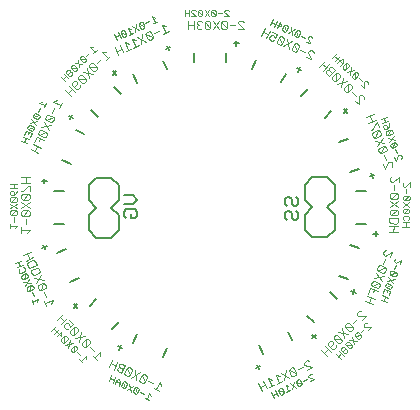
<source format=gbo>
G75*
%MOIN*%
%OFA0B0*%
%FSLAX24Y24*%
%IPPOS*%
%LPD*%
%AMOC8*
5,1,8,0,0,1.08239X$1,22.5*
%
%ADD10C,0.0020*%
%ADD11C,0.0080*%
%ADD12C,0.0050*%
D10*
X002282Y002355D02*
X002334Y002615D01*
X002255Y002641D02*
X002255Y002693D01*
X002203Y002745D01*
X002151Y002745D01*
X002151Y002538D01*
X002099Y002538D01*
X002048Y002589D01*
X002048Y002641D01*
X002151Y002745D01*
X002047Y002746D02*
X002047Y002901D01*
X001891Y002746D01*
X001813Y002824D02*
X001969Y002980D01*
X001891Y002902D02*
X001787Y003006D01*
X001865Y003084D02*
X001709Y002928D01*
X001943Y002850D02*
X002047Y002746D01*
X002151Y002538D02*
X002255Y002641D01*
X002178Y002459D02*
X002437Y002511D01*
X002464Y002433D02*
X002464Y002225D01*
X002412Y002225D01*
X002360Y002277D01*
X002360Y002329D01*
X002464Y002433D01*
X002516Y002433D01*
X002568Y002381D01*
X002568Y002329D01*
X002464Y002225D01*
X002568Y002224D02*
X002672Y002121D01*
X002647Y001990D02*
X002750Y001887D01*
X002698Y001938D02*
X002854Y002094D01*
X002854Y001990D01*
X003089Y002106D02*
X003221Y001973D01*
X003155Y002040D02*
X003353Y002238D01*
X003353Y002106D01*
X003125Y002268D02*
X002993Y002400D01*
X002996Y002529D02*
X002996Y002595D01*
X002930Y002661D01*
X002864Y002661D01*
X002864Y002397D01*
X002798Y002397D01*
X002732Y002463D01*
X002732Y002529D01*
X002864Y002661D01*
X002834Y002758D02*
X002503Y002692D01*
X002473Y002788D02*
X002473Y003052D01*
X002341Y002920D01*
X002341Y002854D01*
X002407Y002788D01*
X002473Y002788D01*
X002605Y002920D01*
X002605Y002986D01*
X002539Y003052D01*
X002473Y003052D01*
X002443Y003148D02*
X002344Y003049D01*
X002311Y003148D01*
X002278Y003181D01*
X002212Y003181D01*
X002146Y003115D01*
X002146Y003049D01*
X002212Y002983D01*
X002278Y002983D01*
X002443Y003148D02*
X002311Y003280D01*
X002248Y003344D02*
X002049Y003145D01*
X002148Y003245D02*
X002016Y003377D01*
X002115Y003476D02*
X001917Y003278D01*
X001536Y003757D02*
X001460Y003928D01*
X001498Y003842D02*
X001754Y003956D01*
X001706Y003833D01*
X001551Y004067D02*
X001475Y004237D01*
X001354Y004281D02*
X001524Y004357D01*
X001548Y004419D01*
X001510Y004504D01*
X001448Y004528D01*
X001354Y004281D01*
X001292Y004305D01*
X001254Y004390D01*
X001278Y004452D01*
X001448Y004528D01*
X001455Y004628D02*
X001123Y004685D01*
X001129Y004786D02*
X001067Y004809D01*
X001029Y004895D01*
X001053Y004956D01*
X001224Y005032D01*
X001285Y005009D01*
X001323Y004923D01*
X001300Y004862D01*
X001129Y004786D01*
X000986Y004660D02*
X000844Y004436D01*
X000908Y004383D02*
X000889Y004335D01*
X000919Y004268D01*
X000967Y004249D01*
X001042Y004443D01*
X000908Y004383D01*
X000967Y004249D02*
X001102Y004309D01*
X001120Y004357D01*
X001090Y004424D01*
X001042Y004443D01*
X001045Y004526D02*
X000784Y004570D01*
X000788Y004653D02*
X000862Y004847D01*
X000728Y004787D01*
X000709Y004739D01*
X000739Y004672D01*
X000788Y004653D01*
X000922Y004713D01*
X000940Y004761D01*
X000911Y004828D01*
X000862Y004847D01*
X000832Y004915D02*
X000698Y004855D01*
X000649Y004873D01*
X000620Y004941D01*
X000638Y004989D01*
X000574Y005042D02*
X000776Y005131D01*
X000772Y005049D02*
X000821Y005030D01*
X000851Y004963D01*
X000832Y004915D01*
X000974Y005019D02*
X000917Y005147D01*
X000941Y005209D01*
X001111Y005285D01*
X001173Y005261D01*
X001230Y005133D01*
X000974Y005019D01*
X000862Y005271D02*
X001118Y005385D01*
X000990Y005328D02*
X000914Y005499D01*
X001042Y005556D02*
X000786Y005442D01*
X000716Y005265D02*
X000515Y005176D01*
X000615Y005221D02*
X000675Y005087D01*
X001379Y004799D02*
X001199Y004514D01*
X001065Y004211D02*
X001124Y004077D01*
X001054Y003965D02*
X001114Y003831D01*
X001084Y003898D02*
X001285Y003987D01*
X001248Y003890D01*
X002701Y002890D02*
X002635Y002559D01*
X002864Y002397D02*
X002996Y002529D01*
X003749Y001970D02*
X003631Y001716D01*
X003690Y001843D02*
X003860Y001764D01*
X003921Y001684D02*
X003901Y001642D01*
X003924Y001580D01*
X004051Y001521D01*
X004169Y001775D01*
X004042Y001834D01*
X003980Y001811D01*
X003960Y001769D01*
X003983Y001707D01*
X004110Y001648D01*
X004230Y001694D02*
X004151Y001525D01*
X004174Y001463D01*
X004259Y001424D01*
X004321Y001446D01*
X004230Y001694D01*
X004293Y001717D01*
X004377Y001678D01*
X004400Y001615D01*
X004321Y001446D01*
X004382Y001366D02*
X004670Y001541D01*
X004731Y001461D02*
X004822Y001213D01*
X004759Y001190D01*
X004675Y001230D01*
X004652Y001292D01*
X004731Y001461D01*
X004793Y001484D01*
X004878Y001444D01*
X004900Y001382D01*
X004822Y001213D01*
X004942Y001260D02*
X005111Y001181D01*
X005133Y001016D02*
X005302Y000937D01*
X005218Y000976D02*
X005336Y001230D01*
X005381Y001106D01*
X004985Y000856D02*
X005020Y000759D01*
X004985Y000856D02*
X004892Y000657D01*
X004958Y000626D02*
X004825Y000688D01*
X004804Y000819D02*
X004671Y000881D01*
X004573Y000846D02*
X004524Y000828D01*
X004458Y000859D01*
X004440Y000908D01*
X004502Y001041D01*
X004573Y000846D01*
X004635Y000979D01*
X004617Y001028D01*
X004551Y001059D01*
X004502Y001041D01*
X004450Y001106D02*
X004224Y000968D01*
X004173Y001033D02*
X004102Y001228D01*
X004039Y001095D01*
X004057Y001046D01*
X004124Y001015D01*
X004173Y001033D01*
X004235Y001166D01*
X004217Y001215D01*
X004150Y001246D01*
X004102Y001228D01*
X004019Y001226D02*
X003957Y001093D01*
X004003Y001193D02*
X003870Y001255D01*
X003886Y001288D02*
X003824Y001155D01*
X003756Y001186D02*
X003850Y001386D01*
X003886Y001288D02*
X003983Y001323D01*
X004019Y001226D01*
X003803Y001286D02*
X003670Y001348D01*
X003716Y001448D02*
X003623Y001248D01*
X003800Y001637D02*
X003919Y001891D01*
X003983Y001707D02*
X003921Y001684D01*
X004501Y001620D02*
X004551Y001287D01*
X004317Y001168D02*
X004357Y000906D01*
X008611Y001184D02*
X008730Y000930D01*
X008671Y001057D02*
X008840Y001136D01*
X008899Y001009D02*
X008781Y001263D01*
X008946Y001340D02*
X009065Y001086D01*
X009149Y001125D02*
X008980Y001046D01*
X009053Y000895D02*
X009146Y000696D01*
X009100Y000796D02*
X009233Y000858D01*
X009269Y000956D02*
X009464Y000885D01*
X009447Y000836D01*
X009380Y000805D01*
X009331Y000822D01*
X009269Y000956D01*
X009287Y001004D01*
X009353Y001035D01*
X009402Y001018D01*
X009464Y000885D01*
X009547Y000883D02*
X009680Y000945D01*
X009614Y000914D02*
X009520Y001113D01*
X009618Y001078D01*
X009654Y001176D02*
X009880Y001038D01*
X009932Y001103D02*
X009870Y001236D01*
X010065Y001165D01*
X010047Y001116D01*
X009981Y001085D01*
X009932Y001103D01*
X009870Y001236D02*
X009888Y001284D01*
X009954Y001315D01*
X010003Y001298D01*
X010065Y001165D01*
X010101Y001263D02*
X010234Y001325D01*
X010286Y001389D02*
X010271Y001422D01*
X010288Y001471D01*
X010355Y001502D01*
X010404Y001485D01*
X010286Y001389D02*
X010481Y001318D01*
X010348Y001256D01*
X010232Y001630D02*
X010401Y001709D01*
X010153Y001800D01*
X010133Y001842D01*
X010156Y001904D01*
X010240Y001943D01*
X010303Y001921D01*
X010092Y001719D02*
X009922Y001640D01*
X009881Y001518D02*
X009633Y001608D01*
X009711Y001439D01*
X009774Y001416D01*
X009858Y001456D01*
X009881Y001518D01*
X009802Y001687D01*
X009740Y001710D01*
X009655Y001670D01*
X009633Y001608D01*
X009532Y001613D02*
X009481Y001280D01*
X009400Y001242D02*
X009231Y001163D01*
X009315Y001203D02*
X009197Y001457D01*
X009321Y001411D01*
X009362Y001534D02*
X009650Y001359D01*
X009787Y001238D02*
X009747Y000976D01*
X009280Y000758D02*
X009186Y000957D01*
X009071Y001295D02*
X008946Y001340D01*
X010705Y002285D02*
X010906Y002091D01*
X010806Y002188D02*
X010935Y002322D01*
X010998Y002387D02*
X011095Y002487D01*
X011094Y002553D01*
X011060Y002586D01*
X010994Y002585D01*
X010929Y002518D01*
X010930Y002452D01*
X011065Y002322D01*
X011131Y002323D01*
X011196Y002390D01*
X011195Y002456D01*
X011257Y002520D02*
X011122Y002650D01*
X011386Y002655D01*
X011388Y002589D01*
X011323Y002522D01*
X011257Y002520D01*
X011386Y002655D02*
X011252Y002785D01*
X011186Y002783D01*
X011121Y002716D01*
X011122Y002650D01*
X011281Y002881D02*
X011612Y002821D01*
X011640Y002918D02*
X011706Y002919D01*
X011771Y002986D01*
X011770Y003052D01*
X011506Y003048D01*
X011640Y002918D01*
X011506Y003048D02*
X011505Y003114D01*
X011570Y003181D01*
X011636Y003182D01*
X011770Y003052D01*
X011765Y003181D02*
X011895Y003316D01*
X011923Y003413D02*
X011890Y003445D01*
X011889Y003511D01*
X011954Y003578D01*
X012020Y003579D01*
X011923Y003413D02*
X012188Y003417D01*
X012058Y003283D01*
X012172Y003196D02*
X012122Y003142D01*
X012124Y003091D01*
X012151Y003065D01*
X012358Y003073D01*
X012258Y002965D01*
X012127Y002986D02*
X012027Y002879D01*
X012030Y002775D02*
X011923Y002875D01*
X011871Y002873D01*
X011821Y002819D01*
X011823Y002767D01*
X012030Y002775D01*
X012032Y002723D01*
X011982Y002669D01*
X011930Y002667D01*
X011823Y002767D01*
X011745Y002738D02*
X011806Y002481D01*
X011729Y002451D02*
X011621Y002551D01*
X011569Y002550D01*
X011519Y002496D01*
X011521Y002444D01*
X011729Y002451D01*
X011730Y002399D01*
X011680Y002346D01*
X011629Y002344D01*
X011521Y002444D01*
X011471Y002390D02*
X011497Y002365D01*
X011499Y002313D01*
X011449Y002259D01*
X011451Y002207D01*
X011478Y002182D01*
X011530Y002184D01*
X011580Y002238D01*
X011578Y002290D01*
X011551Y002315D01*
X011499Y002313D01*
X011449Y002259D02*
X011397Y002257D01*
X011370Y002282D01*
X011369Y002334D01*
X011419Y002388D01*
X011471Y002390D01*
X011645Y002631D02*
X011906Y002588D01*
X011482Y002687D02*
X011410Y003016D01*
X010835Y002420D02*
X011036Y002225D01*
X011193Y002146D02*
X011354Y001996D01*
X011273Y002071D02*
X011374Y002178D01*
X011454Y002103D02*
X011293Y002253D01*
X012172Y003196D02*
X012224Y003198D01*
X012442Y003818D02*
X012179Y003914D01*
X012311Y003866D02*
X012374Y004041D01*
X012243Y004089D02*
X012506Y003993D01*
X012688Y003971D02*
X012896Y003899D01*
X012792Y003935D02*
X012840Y004074D01*
X012736Y004109D02*
X012944Y004038D01*
X012968Y004108D02*
X013016Y004247D01*
X012808Y004318D01*
X012760Y004180D01*
X012888Y004213D02*
X012912Y004283D01*
X013005Y004329D02*
X012866Y004377D01*
X013053Y004468D01*
X013076Y004421D01*
X013052Y004352D01*
X013005Y004329D01*
X012866Y004377D02*
X012844Y004423D01*
X012868Y004493D01*
X012914Y004515D01*
X013053Y004468D01*
X013112Y004526D02*
X012951Y004736D01*
X013010Y004794D02*
X012988Y004841D01*
X013011Y004911D01*
X013058Y004933D01*
X013197Y004885D01*
X013010Y004794D01*
X013149Y004747D01*
X013196Y004769D01*
X013220Y004839D01*
X013197Y004885D01*
X013152Y004980D02*
X013199Y005118D01*
X013189Y005200D02*
X013154Y005212D01*
X013131Y005259D01*
X013155Y005328D01*
X013202Y005351D01*
X013189Y005200D02*
X013375Y005291D01*
X013328Y005153D01*
X013009Y005375D02*
X013073Y005551D01*
X012833Y005439D01*
X012790Y005455D01*
X012762Y005515D01*
X012794Y005603D01*
X012854Y005631D01*
X012847Y005339D02*
X012783Y005164D01*
X012665Y005112D02*
X012840Y005048D01*
X012601Y004936D01*
X012776Y004872D01*
X012836Y004900D01*
X012868Y004988D01*
X012840Y005048D01*
X012665Y005112D02*
X012605Y005084D01*
X012573Y004996D01*
X012601Y004936D01*
X012526Y004868D02*
X012726Y004597D01*
X012651Y004529D02*
X012679Y004469D01*
X012647Y004381D01*
X012587Y004353D01*
X012412Y004417D01*
X012651Y004529D01*
X012476Y004592D01*
X012416Y004565D01*
X012384Y004477D01*
X012412Y004417D01*
X012337Y004349D02*
X012273Y004173D01*
X012437Y004213D02*
X012469Y004301D01*
X012601Y004253D02*
X012337Y004349D01*
X012462Y004692D02*
X012790Y004772D01*
X012904Y004597D02*
X013160Y004665D01*
X013118Y006229D02*
X013121Y006416D01*
X013030Y006507D02*
X012984Y006554D01*
X012986Y006694D01*
X013266Y006689D01*
X013264Y006549D01*
X013216Y006503D01*
X013030Y006507D01*
X012981Y006418D02*
X013262Y006413D01*
X013419Y006405D02*
X013639Y006401D01*
X013529Y006403D02*
X013531Y006550D01*
X013459Y006625D02*
X013423Y006663D01*
X013425Y006736D01*
X013462Y006772D01*
X013609Y006769D01*
X013645Y006732D01*
X013643Y006659D01*
X013606Y006623D01*
X013642Y006548D02*
X013421Y006552D01*
X013463Y006846D02*
X013613Y006990D01*
X013649Y006953D01*
X013647Y006880D01*
X013610Y006844D01*
X013463Y006846D01*
X013427Y006884D01*
X013428Y006957D01*
X013466Y006993D01*
X013613Y006990D01*
X013651Y007064D02*
X013433Y007215D01*
X013471Y007288D02*
X013620Y007432D01*
X013656Y007395D01*
X013655Y007322D01*
X013618Y007286D01*
X013471Y007288D01*
X013435Y007325D01*
X013436Y007399D01*
X013473Y007435D01*
X013620Y007432D01*
X013548Y007508D02*
X013551Y007655D01*
X013515Y007729D02*
X013479Y007730D01*
X013443Y007767D01*
X013444Y007841D01*
X013481Y007877D01*
X013515Y007729D02*
X013665Y007874D01*
X013662Y007727D01*
X013287Y007883D02*
X013290Y008070D01*
X013100Y007887D01*
X013054Y007888D01*
X013008Y007935D01*
X013009Y008028D01*
X013057Y008074D01*
X013146Y007797D02*
X013142Y007610D01*
X013047Y007522D02*
X013000Y007476D01*
X012998Y007383D01*
X013044Y007335D01*
X013234Y007519D01*
X013280Y007471D01*
X013278Y007378D01*
X013231Y007332D01*
X013044Y007335D01*
X012996Y007247D02*
X013273Y007055D01*
X013224Y006966D02*
X013038Y006970D01*
X012990Y006924D01*
X012989Y006830D01*
X013034Y006783D01*
X013224Y006966D01*
X013270Y006919D01*
X013269Y006825D01*
X013221Y006780D01*
X013034Y006783D01*
X012993Y007060D02*
X013276Y007242D01*
X013430Y007068D02*
X013653Y007211D01*
X013234Y007519D02*
X013047Y007522D01*
X012839Y008314D02*
X012951Y008553D01*
X012995Y008569D01*
X013054Y008541D01*
X013086Y008453D01*
X013058Y008394D01*
X013197Y008598D02*
X013285Y008786D01*
X013320Y008799D01*
X013367Y008777D01*
X013392Y008708D01*
X013370Y008661D01*
X013197Y008598D02*
X013147Y008736D01*
X013225Y008843D02*
X013175Y008981D01*
X013081Y009026D02*
X013219Y009076D01*
X013241Y009123D01*
X013215Y009192D01*
X013168Y009214D01*
X013081Y009026D01*
X013034Y009048D01*
X013008Y009117D01*
X013030Y009164D01*
X013168Y009214D01*
X013177Y009296D02*
X012920Y009359D01*
X012929Y009441D02*
X013017Y009629D01*
X012879Y009579D01*
X012857Y009532D01*
X012882Y009463D01*
X012929Y009441D01*
X013067Y009491D01*
X013089Y009538D01*
X013064Y009607D01*
X013017Y009629D01*
X012923Y009674D02*
X012885Y009777D01*
X012838Y009799D01*
X012804Y009787D01*
X012782Y009740D01*
X012807Y009671D01*
X012854Y009649D01*
X012923Y009674D01*
X012967Y009768D01*
X012976Y009849D01*
X012951Y009919D02*
X012744Y009844D01*
X012847Y009881D02*
X012797Y010019D01*
X012694Y009982D02*
X012901Y010057D01*
X012566Y009883D02*
X012630Y009707D01*
X012617Y009607D02*
X012505Y009368D01*
X012445Y009396D01*
X012413Y009484D01*
X012441Y009544D01*
X012617Y009607D01*
X012677Y009580D01*
X012708Y009492D01*
X012681Y009432D01*
X012505Y009368D01*
X012492Y009268D02*
X012819Y009188D01*
X012806Y009088D02*
X012694Y008849D01*
X012634Y008877D01*
X012602Y008965D01*
X012630Y009024D01*
X012806Y009088D01*
X012866Y009060D01*
X012897Y008973D01*
X012870Y008913D01*
X012694Y008849D01*
X012812Y008797D02*
X012876Y008621D01*
X012775Y008489D02*
X012839Y008314D01*
X012556Y009092D02*
X012755Y009364D01*
X012971Y009221D02*
X013127Y009434D01*
X012566Y009883D02*
X012522Y009867D01*
X012411Y009628D01*
X012367Y009612D01*
X012272Y009871D02*
X012536Y009967D01*
X012404Y009919D02*
X012340Y010095D01*
X012472Y010143D02*
X012208Y010047D01*
X011986Y010476D02*
X011977Y010740D01*
X012009Y010774D01*
X012075Y010776D01*
X012143Y010713D01*
X012146Y010647D01*
X011986Y010476D02*
X011850Y010603D01*
X011880Y010767D02*
X011743Y010894D01*
X011614Y010887D02*
X011605Y011151D01*
X011478Y011014D01*
X011480Y010948D01*
X011548Y010884D01*
X011614Y010887D01*
X011742Y011023D01*
X011739Y011089D01*
X011671Y011153D01*
X011605Y011151D01*
X011571Y011246D02*
X011244Y011168D01*
X011210Y011263D02*
X011144Y011261D01*
X011076Y011325D01*
X011074Y011391D01*
X011201Y011528D01*
X011210Y011263D01*
X011338Y011400D01*
X011335Y011466D01*
X011267Y011530D01*
X011201Y011528D01*
X011167Y011623D02*
X011065Y011718D01*
X010999Y011716D01*
X010967Y011682D01*
X010969Y011616D01*
X011072Y011520D01*
X010976Y011418D02*
X010874Y011513D01*
X010872Y011579D01*
X010903Y011613D01*
X010969Y011616D01*
X010870Y011709D02*
X010733Y011836D01*
X010638Y011734D02*
X010829Y011938D01*
X010965Y011811D02*
X010774Y011606D01*
X010976Y011418D02*
X011167Y011623D01*
X011235Y011864D02*
X011335Y011971D01*
X011439Y011975D01*
X011443Y011871D01*
X011343Y011764D01*
X011422Y011740D02*
X011424Y011688D01*
X011477Y011638D01*
X011529Y011640D01*
X011522Y011848D01*
X011422Y011740D01*
X011418Y011844D02*
X011310Y011945D01*
X011256Y011995D02*
X011149Y012095D01*
X011074Y012015D02*
X011224Y012176D01*
X011331Y012076D02*
X011181Y011915D01*
X011522Y011848D02*
X011574Y011849D01*
X011627Y011799D01*
X011629Y011747D01*
X011529Y011640D01*
X011558Y011563D02*
X011816Y011624D01*
X011845Y011546D02*
X011852Y011339D01*
X011801Y011337D01*
X011747Y011387D01*
X011745Y011439D01*
X011845Y011546D01*
X011897Y011548D01*
X011951Y011498D01*
X011953Y011446D01*
X011852Y011339D01*
X011957Y011342D02*
X012064Y011242D01*
X012143Y011218D02*
X012168Y011245D01*
X012220Y011246D01*
X012274Y011196D01*
X012276Y011145D01*
X012143Y011218D02*
X012151Y011010D01*
X012043Y011110D01*
X011666Y011463D02*
X011709Y011724D01*
X011435Y011373D02*
X011380Y011041D01*
X010373Y011982D02*
X010283Y012230D01*
X010303Y012272D01*
X010365Y012295D01*
X010449Y012255D01*
X010472Y012193D01*
X010373Y011982D02*
X010204Y012061D01*
X010182Y012225D02*
X010013Y012304D01*
X009892Y012258D02*
X009971Y012427D01*
X009949Y012489D01*
X009864Y012528D01*
X009802Y012506D01*
X009892Y012258D01*
X009830Y012235D01*
X009746Y012274D01*
X009723Y012337D01*
X009802Y012506D01*
X009741Y012586D02*
X009453Y012411D01*
X009392Y012491D02*
X009330Y012468D01*
X009245Y012508D01*
X009222Y012570D01*
X009301Y012739D01*
X009392Y012491D01*
X009471Y012660D01*
X009448Y012722D01*
X009363Y012762D01*
X009301Y012739D01*
X009240Y012819D02*
X009181Y012692D01*
X009116Y012774D01*
X009074Y012794D01*
X009012Y012771D01*
X008972Y012687D01*
X008995Y012625D01*
X009079Y012585D01*
X009141Y012608D01*
X009240Y012819D02*
X009071Y012898D01*
X008990Y012936D02*
X008871Y012682D01*
X008930Y012809D02*
X008761Y012888D01*
X008820Y013015D02*
X008702Y012761D01*
X008999Y013133D02*
X009092Y013332D01*
X009045Y013233D02*
X009178Y013171D01*
X009246Y013139D02*
X009379Y013077D01*
X009325Y013224D01*
X009232Y013024D01*
X009132Y013071D02*
X009225Y013270D01*
X009477Y013112D02*
X009415Y012979D01*
X009433Y012931D01*
X009499Y012900D01*
X009548Y012917D01*
X009477Y013112D01*
X009526Y013130D01*
X009592Y013099D01*
X009610Y013050D01*
X009548Y012917D01*
X009600Y012853D02*
X009826Y012990D01*
X009877Y012926D02*
X009948Y012731D01*
X009900Y012713D01*
X009833Y012744D01*
X009815Y012793D01*
X009877Y012926D01*
X009926Y012943D01*
X009993Y012912D01*
X010010Y012864D01*
X009948Y012731D01*
X010047Y012766D02*
X010180Y012704D01*
X010263Y012706D02*
X010334Y012511D01*
X010200Y012573D01*
X010263Y012706D02*
X010278Y012739D01*
X010327Y012757D01*
X010393Y012726D01*
X010411Y012677D01*
X009733Y012791D02*
X009693Y013052D01*
X009571Y012665D02*
X009622Y012332D01*
X008123Y012988D02*
X007936Y013175D01*
X007936Y013221D01*
X007983Y013268D01*
X008076Y013268D01*
X008123Y013221D01*
X008123Y012988D02*
X007936Y012988D01*
X007847Y013128D02*
X007660Y013128D01*
X007570Y013035D02*
X007384Y013221D01*
X007384Y013035D01*
X007430Y012988D01*
X007524Y012988D01*
X007570Y013035D01*
X007570Y013221D01*
X007524Y013268D01*
X007430Y013268D01*
X007384Y013221D01*
X007294Y013268D02*
X007107Y012988D01*
X007018Y013035D02*
X006831Y013221D01*
X006831Y013035D01*
X006878Y012988D01*
X006971Y012988D01*
X007018Y013035D01*
X007018Y013221D01*
X006971Y013268D01*
X006878Y013268D01*
X006831Y013221D01*
X006742Y013221D02*
X006695Y013268D01*
X006602Y013268D01*
X006555Y013221D01*
X006555Y013175D01*
X006602Y013128D01*
X006555Y013081D01*
X006555Y013035D01*
X006602Y012988D01*
X006695Y012988D01*
X006742Y013035D01*
X006648Y013128D02*
X006602Y013128D01*
X006465Y013128D02*
X006279Y013128D01*
X006279Y013268D02*
X006279Y012988D01*
X006465Y012988D02*
X006465Y013268D01*
X006525Y013418D02*
X006378Y013418D01*
X006304Y013418D02*
X006304Y013638D01*
X006378Y013601D02*
X006415Y013638D01*
X006489Y013638D01*
X006525Y013601D01*
X006599Y013601D02*
X006599Y013455D01*
X006636Y013418D01*
X006710Y013418D01*
X006746Y013455D01*
X006599Y013601D01*
X006636Y013638D01*
X006710Y013638D01*
X006746Y013601D01*
X006746Y013455D01*
X006820Y013418D02*
X006967Y013638D01*
X007041Y013601D02*
X007041Y013455D01*
X007078Y013418D01*
X007151Y013418D01*
X007188Y013455D01*
X007041Y013601D01*
X007078Y013638D01*
X007151Y013638D01*
X007188Y013601D01*
X007188Y013455D01*
X007262Y013528D02*
X007409Y013528D01*
X007483Y013565D02*
X007483Y013601D01*
X007520Y013638D01*
X007593Y013638D01*
X007630Y013601D01*
X007483Y013565D02*
X007630Y013418D01*
X007483Y013418D01*
X007107Y013268D02*
X007294Y012988D01*
X006967Y013418D02*
X006820Y013638D01*
X006525Y013418D02*
X006378Y013565D01*
X006378Y013601D01*
X006304Y013528D02*
X006157Y013528D01*
X006157Y013638D02*
X006157Y013418D01*
X005622Y012910D02*
X005452Y012831D01*
X005537Y012870D02*
X005418Y013124D01*
X005543Y013079D01*
X005312Y012920D02*
X005143Y012841D01*
X005101Y012718D02*
X005022Y012888D01*
X004960Y012910D01*
X004875Y012871D01*
X004853Y012809D01*
X005101Y012718D01*
X005078Y012656D01*
X004994Y012617D01*
X004932Y012640D01*
X004853Y012809D01*
X004752Y012813D02*
X004701Y012480D01*
X004620Y012443D02*
X004451Y012364D01*
X004370Y012326D02*
X004200Y012247D01*
X004119Y012209D02*
X004001Y012463D01*
X004060Y012336D02*
X003891Y012257D01*
X003832Y012384D02*
X003950Y012130D01*
X003674Y012076D02*
X003542Y011944D01*
X003608Y012010D02*
X003410Y012208D01*
X003542Y012208D01*
X003380Y011980D02*
X003248Y011848D01*
X003251Y011719D02*
X002986Y011719D01*
X003118Y011587D01*
X003184Y011587D01*
X003251Y011653D01*
X003251Y011719D01*
X003118Y011851D01*
X003052Y011851D01*
X002986Y011785D01*
X002986Y011719D01*
X002890Y011689D02*
X002956Y011358D01*
X002860Y011328D02*
X002860Y011262D01*
X002794Y011196D01*
X002728Y011196D01*
X002596Y011328D01*
X002860Y011328D01*
X002728Y011460D01*
X002662Y011460D01*
X002596Y011394D01*
X002596Y011328D01*
X002532Y011265D02*
X002466Y011265D01*
X002400Y011199D01*
X002400Y011133D01*
X002532Y011001D01*
X002599Y011001D01*
X002665Y011067D01*
X002665Y011133D01*
X002565Y011166D02*
X002565Y011232D01*
X002532Y011265D01*
X002565Y011166D02*
X002466Y011067D01*
X002403Y011003D02*
X002271Y010871D01*
X002172Y010970D02*
X002370Y010772D01*
X002502Y010904D02*
X002304Y011103D01*
X002179Y011243D02*
X002023Y011399D01*
X002101Y011321D02*
X002205Y011425D01*
X002283Y011452D02*
X002283Y011503D01*
X002335Y011555D01*
X002335Y011607D01*
X002309Y011633D01*
X002257Y011633D01*
X002205Y011581D01*
X002205Y011529D01*
X002231Y011503D01*
X002283Y011503D01*
X002283Y011452D02*
X002309Y011426D01*
X002361Y011426D01*
X002413Y011478D01*
X002413Y011529D01*
X002387Y011555D01*
X002335Y011555D01*
X002465Y011582D02*
X002362Y011686D01*
X002569Y011686D01*
X002569Y011634D01*
X002517Y011582D01*
X002465Y011582D01*
X002362Y011686D02*
X002362Y011738D01*
X002414Y011789D01*
X002465Y011789D01*
X002569Y011686D01*
X002648Y011712D02*
X002596Y011972D01*
X002674Y011998D02*
X002674Y012050D01*
X002726Y012102D01*
X002778Y012102D01*
X002882Y011998D01*
X002674Y011998D01*
X002778Y011894D01*
X002830Y011894D01*
X002882Y011946D01*
X002882Y011998D01*
X002882Y012103D02*
X002986Y012206D01*
X003116Y012181D02*
X003220Y012285D01*
X003168Y012233D02*
X003013Y012389D01*
X003116Y012389D01*
X002751Y011816D02*
X002492Y011868D01*
X002758Y011556D02*
X003088Y011490D01*
X002283Y011347D02*
X002127Y011503D01*
X001893Y010614D02*
X001769Y010569D01*
X002023Y010450D01*
X002062Y010535D02*
X001983Y010365D01*
X001819Y010344D02*
X001740Y010174D01*
X001787Y010054D02*
X001538Y009963D01*
X001708Y009885D01*
X001770Y009907D01*
X001809Y009992D01*
X001787Y010054D01*
X001617Y010133D01*
X001555Y010110D01*
X001516Y010026D01*
X001538Y009963D01*
X001458Y009902D02*
X001633Y009614D01*
X001553Y009553D02*
X001305Y009463D01*
X001474Y009384D01*
X001536Y009406D01*
X001576Y009491D01*
X001553Y009553D01*
X001384Y009632D01*
X001322Y009609D01*
X001282Y009525D01*
X001305Y009463D01*
X001225Y009401D02*
X001146Y009232D01*
X001108Y009151D02*
X001362Y009033D01*
X001235Y009092D02*
X001156Y008923D01*
X001029Y008982D02*
X001283Y008863D01*
X001312Y009258D02*
X001352Y009342D01*
X001479Y009283D02*
X001225Y009401D01*
X001063Y009509D02*
X001001Y009376D01*
X000969Y009309D02*
X000770Y009402D01*
X000801Y009469D02*
X000863Y009602D01*
X001063Y009509D01*
X001061Y009592D02*
X001110Y009610D01*
X001141Y009676D01*
X001123Y009725D01*
X000928Y009654D01*
X001061Y009592D01*
X000963Y009556D02*
X000932Y009489D01*
X000869Y009356D02*
X000807Y009222D01*
X000708Y009269D02*
X000907Y009176D01*
X000928Y009654D02*
X000910Y009703D01*
X000941Y009769D01*
X000990Y009787D01*
X001123Y009725D01*
X001187Y009777D02*
X001050Y010003D01*
X001115Y010055D02*
X001310Y010126D01*
X001327Y010077D01*
X001296Y010010D01*
X001248Y009993D01*
X001115Y010055D01*
X001097Y010103D01*
X001128Y010170D01*
X001177Y010188D01*
X001310Y010126D01*
X001274Y010224D02*
X001336Y010357D01*
X001468Y010378D02*
X001530Y010511D01*
X001499Y010444D02*
X001299Y010537D01*
X001397Y010573D01*
X001249Y009910D02*
X000988Y009870D01*
X001379Y009733D02*
X001712Y009784D01*
X000997Y008046D02*
X000717Y008046D01*
X000857Y008046D02*
X000857Y007859D01*
X000951Y007769D02*
X000764Y007583D01*
X000717Y007583D01*
X000764Y007493D02*
X000717Y007446D01*
X000717Y007353D01*
X000764Y007306D01*
X000951Y007493D01*
X000764Y007493D01*
X000951Y007493D02*
X000997Y007446D01*
X000997Y007353D01*
X000951Y007306D01*
X000764Y007306D01*
X000717Y007217D02*
X000997Y007030D01*
X000951Y006941D02*
X000764Y006754D01*
X000717Y006801D01*
X000717Y006894D01*
X000764Y006941D01*
X000951Y006941D01*
X000997Y006894D01*
X000997Y006801D01*
X000951Y006754D01*
X000764Y006754D01*
X000857Y006664D02*
X000857Y006478D01*
X000717Y006388D02*
X000717Y006201D01*
X000717Y006295D02*
X000997Y006295D01*
X000904Y006201D01*
X000567Y006424D02*
X000347Y006424D01*
X000347Y006351D02*
X000347Y006498D01*
X000457Y006572D02*
X000457Y006719D01*
X000384Y006793D02*
X000530Y006793D01*
X000567Y006830D01*
X000567Y006903D01*
X000530Y006940D01*
X000384Y006793D01*
X000347Y006830D01*
X000347Y006903D01*
X000384Y006940D01*
X000530Y006940D01*
X000567Y007014D02*
X000347Y007161D01*
X000384Y007235D02*
X000530Y007382D01*
X000384Y007382D01*
X000347Y007345D01*
X000347Y007272D01*
X000384Y007235D01*
X000530Y007235D01*
X000567Y007272D01*
X000567Y007345D01*
X000530Y007382D01*
X000457Y007456D02*
X000384Y007456D01*
X000347Y007493D01*
X000347Y007566D01*
X000384Y007603D01*
X000420Y007603D01*
X000457Y007566D01*
X000457Y007456D01*
X000530Y007529D01*
X000567Y007603D01*
X000567Y007677D02*
X000347Y007677D01*
X000457Y007677D02*
X000457Y007824D01*
X000567Y007824D02*
X000347Y007824D01*
X000717Y007859D02*
X000997Y007859D01*
X000997Y007769D02*
X000951Y007769D01*
X000997Y007769D02*
X000997Y007583D01*
X000997Y007217D02*
X000717Y007030D01*
X000567Y007161D02*
X000347Y007014D01*
X000567Y006424D02*
X000494Y006351D01*
X004285Y012286D02*
X004167Y012540D01*
X004291Y012495D01*
X004417Y012657D02*
X004535Y012403D01*
X004541Y012612D02*
X004417Y012657D01*
X004583Y012734D02*
X004870Y012559D01*
X004632Y012959D02*
X004406Y013096D01*
X004369Y012998D02*
X004272Y013034D01*
X004365Y012834D01*
X004432Y012865D02*
X004298Y012803D01*
X004216Y012805D02*
X004021Y012876D01*
X004083Y012743D01*
X004131Y012725D01*
X004198Y012756D01*
X004216Y012805D01*
X004154Y012938D01*
X004105Y012956D01*
X004038Y012925D01*
X004021Y012876D01*
X003938Y012878D02*
X004031Y012678D01*
X003984Y012778D02*
X003851Y012716D01*
X003805Y012816D02*
X003898Y012616D01*
X004499Y012896D02*
X004539Y013158D01*
X004621Y013156D02*
X004684Y013023D01*
X004732Y013005D01*
X004799Y013036D01*
X004817Y013085D01*
X004621Y013156D01*
X004639Y013205D01*
X004706Y013236D01*
X004755Y013218D01*
X004817Y013085D01*
X004853Y013183D02*
X004986Y013245D01*
X005100Y013177D02*
X005233Y013239D01*
X005166Y013208D02*
X005073Y013407D01*
X005171Y013372D01*
X012978Y006231D02*
X013258Y006226D01*
D11*
X012602Y006162D02*
X012442Y006162D01*
X012522Y006082D02*
X012522Y006242D01*
X012202Y006501D02*
X011882Y006501D01*
X011675Y005785D02*
X011975Y005676D01*
X011156Y006292D02*
X011156Y006792D01*
X010906Y007042D01*
X011156Y007292D01*
X011156Y007792D01*
X010906Y008042D01*
X010406Y008042D01*
X010156Y007792D01*
X010156Y007292D01*
X010406Y007042D01*
X010156Y006792D01*
X010156Y006292D01*
X010406Y006042D01*
X010906Y006042D01*
X011156Y006292D01*
X011882Y007582D02*
X012202Y007582D01*
X012427Y008036D02*
X012373Y008186D01*
X012475Y008139D02*
X012325Y008084D01*
X011983Y008321D02*
X011682Y008212D01*
X011313Y009227D02*
X011614Y009336D01*
X011571Y010203D02*
X011454Y010312D01*
X011567Y010316D02*
X011458Y010199D01*
X011046Y010255D02*
X010828Y010021D01*
X010037Y010758D02*
X010256Y010992D01*
X009930Y011572D02*
X009997Y011717D01*
X009891Y011678D02*
X010036Y011610D01*
X009520Y011498D02*
X009385Y011208D01*
X008406Y011664D02*
X008541Y011954D01*
X007958Y012514D02*
X007798Y012514D01*
X007878Y012594D02*
X007878Y012434D01*
X007539Y012194D02*
X007539Y011874D01*
X006458Y011874D02*
X006458Y012194D01*
X005670Y012398D02*
X005525Y012331D01*
X005563Y012437D02*
X005631Y012292D01*
X005424Y011931D02*
X005560Y011641D01*
X004580Y011184D02*
X004445Y011474D01*
X003881Y011467D02*
X003768Y011580D01*
X003881Y011580D02*
X003768Y011467D01*
X003811Y011057D02*
X004037Y010830D01*
X003273Y010066D02*
X003047Y010292D01*
X002453Y010024D02*
X002308Y010092D01*
X002414Y010130D02*
X002346Y009985D01*
X002527Y009615D02*
X002817Y009480D01*
X002360Y008500D02*
X002070Y008635D01*
X001483Y008006D02*
X001483Y007846D01*
X001403Y007926D02*
X001563Y007926D01*
X001803Y007586D02*
X002123Y007586D01*
X002959Y007784D02*
X002959Y007284D01*
X003209Y007034D01*
X002959Y006784D01*
X002959Y006284D01*
X003209Y006034D01*
X003709Y006034D01*
X003959Y006284D01*
X003959Y006784D01*
X003709Y007034D01*
X003959Y007284D01*
X003959Y007784D01*
X003709Y008034D01*
X003209Y008034D01*
X002959Y007784D01*
X002123Y006505D02*
X001803Y006505D01*
X001555Y005750D02*
X001408Y005685D01*
X001449Y005790D02*
X001514Y005644D01*
X001912Y005537D02*
X002204Y005667D01*
X002644Y004680D02*
X002352Y004550D01*
X002464Y003818D02*
X002578Y003705D01*
X002578Y003818D02*
X002464Y003705D01*
X002987Y003748D02*
X003214Y003974D01*
X003978Y003210D02*
X003752Y002984D01*
X003926Y002410D02*
X004071Y002342D01*
X003964Y002304D02*
X004032Y002449D01*
X004441Y002523D02*
X004576Y002813D01*
X005556Y002356D02*
X005420Y002066D01*
X008524Y001685D02*
X008669Y001753D01*
X008630Y001647D02*
X008563Y001792D01*
X008769Y002153D02*
X008634Y002443D01*
X009613Y002899D02*
X009749Y002609D01*
X010413Y002683D02*
X010524Y002798D01*
X010526Y002685D02*
X010411Y002796D01*
X010474Y003207D02*
X010244Y003430D01*
X010995Y004207D02*
X011225Y003985D01*
X011715Y004259D02*
X011865Y004204D01*
X011763Y004157D02*
X011818Y004307D01*
X011606Y004660D02*
X011305Y004770D01*
D12*
X009876Y006625D02*
X009801Y006625D01*
X009725Y006700D01*
X009725Y006850D01*
X009650Y006925D01*
X009575Y006925D01*
X009500Y006850D01*
X009500Y006700D01*
X009575Y006625D01*
X009876Y006625D02*
X009951Y006700D01*
X009951Y006850D01*
X009876Y006925D01*
X009876Y007085D02*
X009801Y007085D01*
X009725Y007160D01*
X009725Y007310D01*
X009650Y007385D01*
X009575Y007385D01*
X009500Y007310D01*
X009500Y007160D01*
X009575Y007085D01*
X009876Y007085D02*
X009951Y007160D01*
X009951Y007310D01*
X009876Y007385D01*
X004580Y007290D02*
X004430Y007140D01*
X004130Y007140D01*
X004205Y006980D02*
X004130Y006905D01*
X004130Y006755D01*
X004205Y006680D01*
X004355Y006680D02*
X004355Y006830D01*
X004355Y006680D02*
X004505Y006680D01*
X004580Y006755D01*
X004580Y006905D01*
X004505Y006980D01*
X004205Y006980D01*
X004580Y007290D02*
X004430Y007440D01*
X004130Y007440D01*
M02*

</source>
